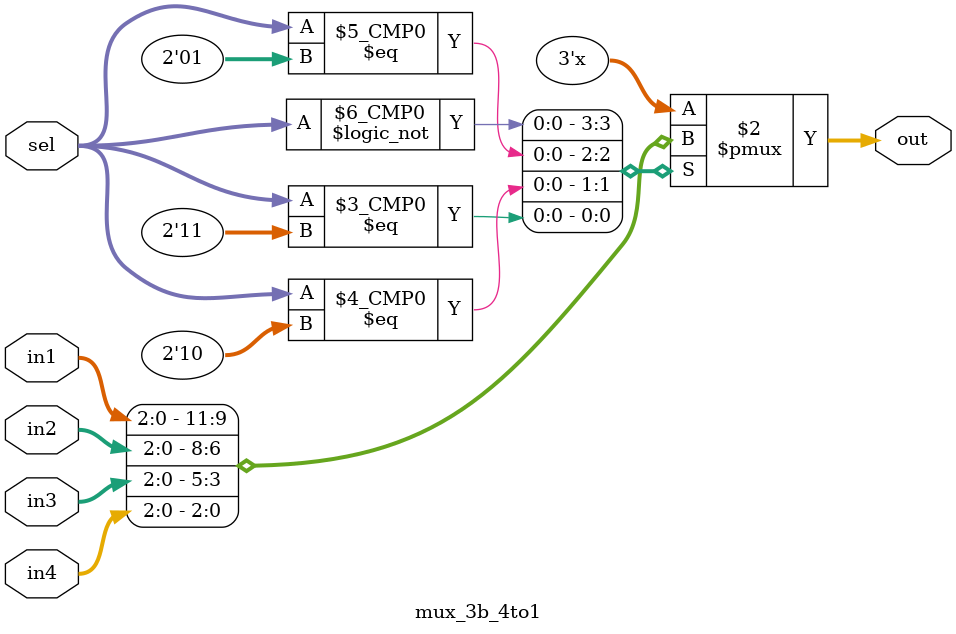
<source format=v>
/*
    CS522 Project 

    Will Martin
    Neil Walsh

    Mux 4:1 16-bit
*/
`default_nettype none
module mux_3b_4to1 (out, in1, in2, in3, in4, sel);
    // inputs
    input wire [2:0] in1, in2, in3, in4;
    input wire [1:0] sel;

    // outputs
    output reg [2:0] out;

    always @* begin
        case(sel)
            2'b00: out=in1;
            2'b01: out=in2;
            2'b10: out=in3;
            2'b11: out=in4;
            default: out=in1;
        endcase
    end
endmodule
`default_nettype wire
</source>
